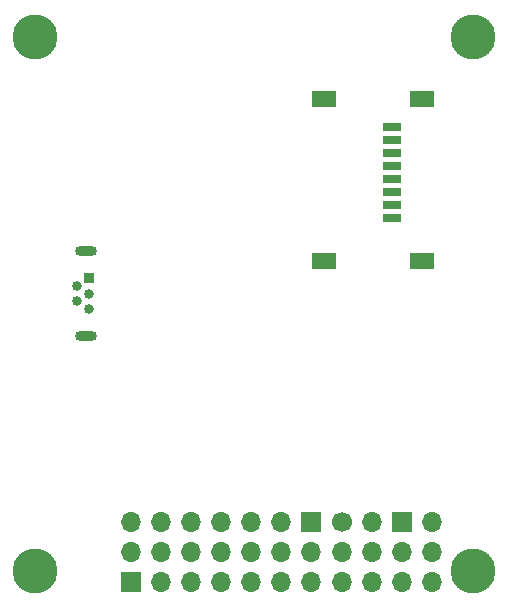
<source format=gbr>
%TF.GenerationSoftware,KiCad,Pcbnew,(5.1.10-1-10_14)*%
%TF.CreationDate,2021-12-24T07:56:15-05:00*%
%TF.ProjectId,hermes_v1,6865726d-6573-45f7-9631-2e6b69636164,rev?*%
%TF.SameCoordinates,Original*%
%TF.FileFunction,Soldermask,Bot*%
%TF.FilePolarity,Negative*%
%FSLAX46Y46*%
G04 Gerber Fmt 4.6, Leading zero omitted, Abs format (unit mm)*
G04 Created by KiCad (PCBNEW (5.1.10-1-10_14)) date 2021-12-24 07:56:15*
%MOMM*%
%LPD*%
G01*
G04 APERTURE LIST*
%ADD10C,3.800000*%
%ADD11O,1.850000X0.850000*%
%ADD12C,0.840000*%
%ADD13R,0.840000X0.840000*%
%ADD14O,1.700000X1.700000*%
%ADD15R,1.700000X1.700000*%
%ADD16C,1.700000*%
%ADD17R,1.500000X0.800000*%
%ADD18R,2.000000X1.450000*%
G04 APERTURE END LIST*
D10*
%TO.C,H4*%
X188110000Y-45960000D03*
%TD*%
%TO.C,H3*%
X225250000Y-91190000D03*
%TD*%
%TO.C,H2*%
X188110000Y-91170000D03*
%TD*%
%TO.C,H1*%
X225230000Y-45960000D03*
%TD*%
D11*
%TO.C,J2*%
X192480000Y-71275000D03*
X192480000Y-64125000D03*
D12*
X192700000Y-69000000D03*
X191700000Y-68350000D03*
X192700000Y-67700000D03*
X191700000Y-67050000D03*
D13*
X192700000Y-66400000D03*
%TD*%
D14*
%TO.C,J7*%
X221740000Y-92130000D03*
X219200000Y-92130000D03*
X221740000Y-89590000D03*
X219200000Y-89590000D03*
X221740000Y-87050000D03*
D15*
X219200000Y-87050000D03*
%TD*%
D14*
%TO.C,J5*%
X216640000Y-92130000D03*
X214100000Y-92130000D03*
X216640000Y-89590000D03*
X214100000Y-89590000D03*
X216640000Y-87050000D03*
D16*
X214100000Y-87050000D03*
%TD*%
D14*
%TO.C,J4*%
X211540000Y-89610000D03*
X211540000Y-92150000D03*
X209000000Y-89610000D03*
X209000000Y-92150000D03*
X206460000Y-89610000D03*
X206460000Y-92150000D03*
X203920000Y-89610000D03*
X203920000Y-92150000D03*
X201380000Y-89610000D03*
X201380000Y-92150000D03*
X198840000Y-89610000D03*
X198840000Y-92150000D03*
X196300000Y-89610000D03*
D15*
X196300000Y-92150000D03*
%TD*%
D14*
%TO.C,J3*%
X196310000Y-87050000D03*
X198850000Y-87050000D03*
X201390000Y-87050000D03*
X203930000Y-87050000D03*
X206470000Y-87050000D03*
X209010000Y-87050000D03*
D15*
X211550000Y-87050000D03*
%TD*%
D17*
%TO.C,J6*%
X218350000Y-61300000D03*
X218350000Y-60200000D03*
X218350000Y-59100000D03*
X218350000Y-58000000D03*
X218350000Y-56900000D03*
X218350000Y-55800000D03*
X218350000Y-54700000D03*
X218350000Y-53600000D03*
D18*
X212650000Y-51225000D03*
X212650000Y-64975000D03*
X220950000Y-64975000D03*
X220950000Y-51225000D03*
%TD*%
M02*

</source>
